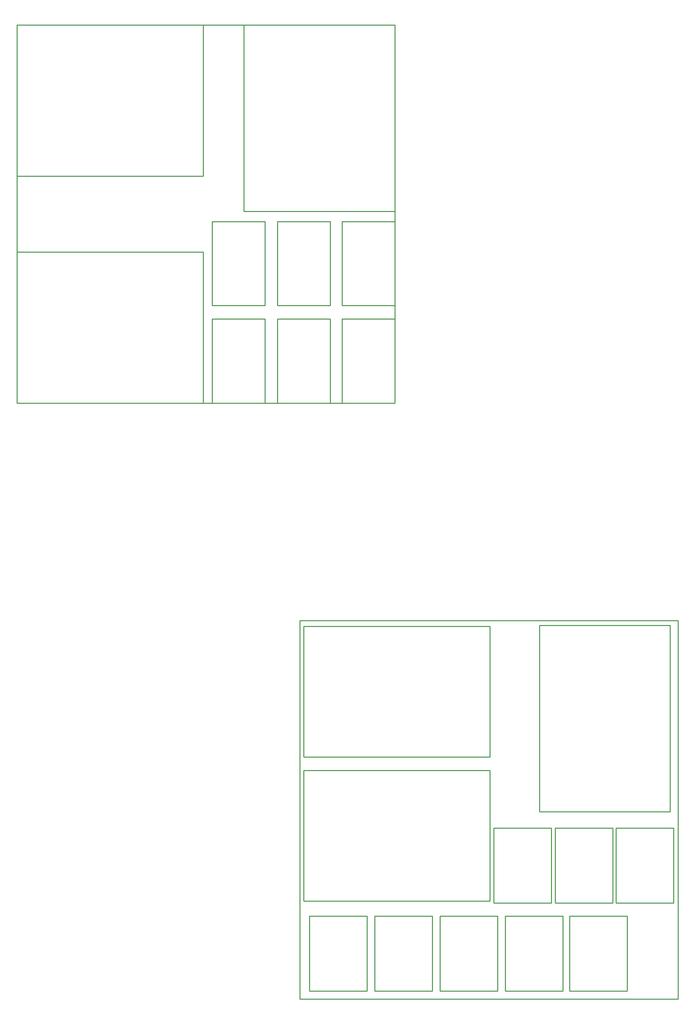
<source format=gm1>
%FSLAX25Y25*%
%MOIN*%
G70*
G01*
G75*
G04 Layer_Color=16711935*
%ADD10R,0.06299X0.13386*%
%ADD11R,0.01772X0.06299*%
%ADD12R,0.05512X0.01654*%
%ADD13R,0.04724X0.04724*%
%ADD14R,0.09000X0.15000*%
%ADD15R,0.08465X0.05000*%
%ADD16R,0.05906X0.03937*%
%ADD17R,0.03937X0.05906*%
%ADD18R,0.07874X0.11024*%
%ADD19R,0.05906X0.15748*%
%ADD20R,0.03500X0.05000*%
%ADD21R,0.07874X0.15748*%
%ADD22R,0.06299X0.09449*%
%ADD23R,0.05512X0.07087*%
%ADD24R,0.13386X0.06299*%
%ADD25R,0.06299X0.01772*%
%ADD26R,0.01654X0.05512*%
%ADD27R,0.04724X0.04724*%
%ADD28R,0.15000X0.09000*%
%ADD29R,0.05000X0.08465*%
%ADD30R,0.11024X0.07874*%
%ADD31R,0.15748X0.05906*%
%ADD32R,0.05000X0.03500*%
%ADD33R,0.15748X0.07874*%
%ADD34R,0.09449X0.06299*%
%ADD35R,0.07087X0.05512*%
%ADD36R,0.06600X0.01700*%
%ADD37R,0.15000X0.28000*%
%ADD38R,0.28000X0.15000*%
%ADD39R,0.03300X0.03150*%
%ADD40C,0.02500*%
%ADD41C,0.02000*%
%ADD42C,0.03000*%
%ADD43C,0.01500*%
%ADD44C,0.04000*%
%ADD45C,0.01000*%
%ADD46C,0.01800*%
%ADD47C,0.05000*%
%ADD48R,0.01600X0.04800*%
%ADD49R,0.34200X0.03200*%
%ADD50R,0.04800X0.01600*%
%ADD51R,0.03200X0.34200*%
%ADD52R,0.14413X0.28346*%
%ADD53R,0.28346X0.14413*%
%ADD54R,0.27700X0.02100*%
%ADD55R,0.01900X0.03800*%
%ADD56R,0.35700X0.03400*%
%ADD57R,0.02100X0.27700*%
%ADD58R,0.03800X0.01900*%
%ADD59R,0.03400X0.35700*%
%ADD60R,0.08200X0.15600*%
%ADD61C,0.15800*%
%ADD62R,0.05118X0.07874*%
%ADD63R,0.05512X0.07874*%
%ADD64C,0.07874*%
%ADD65R,0.07874X0.05118*%
%ADD66R,0.07874X0.05512*%
%ADD67C,0.07087*%
%ADD68C,0.05000*%
%ADD69C,0.04000*%
%ADD70C,0.06000*%
%ADD71C,0.03937*%
%ADD72R,0.04724X0.11024*%
%ADD73R,0.09449X0.04724*%
%ADD74R,0.03000X0.10000*%
%ADD75R,0.10000X0.20000*%
%ADD76R,0.06299X0.05512*%
%ADD77R,0.09843X0.14961*%
%ADD78R,0.11024X0.04724*%
%ADD79R,0.04724X0.09449*%
%ADD80R,0.10000X0.03000*%
%ADD81R,0.20000X0.10000*%
%ADD82R,0.05512X0.06299*%
%ADD83R,0.14961X0.09843*%
%ADD84R,0.03150X0.04724*%
%ADD85R,0.26000X0.28400*%
%ADD86R,0.28400X0.26000*%
%ADD87C,0.03500*%
%ADD88R,0.26400X0.28346*%
%ADD89R,0.28346X0.26400*%
%ADD90R,0.21028X0.12517*%
%ADD91R,0.12517X0.21028*%
%ADD92R,0.20200X0.15600*%
%ADD93C,0.00200*%
%ADD94C,0.00591*%
%ADD95C,0.00394*%
%ADD96C,0.00787*%
%ADD97C,0.00500*%
%ADD98C,0.00050*%
%ADD99C,0.00800*%
%ADD100R,0.02300X0.06299*%
%ADD101R,0.06299X0.02300*%
%ADD102R,0.12100X0.11300*%
%ADD103R,0.06299X0.02100*%
%ADD104R,0.11300X0.12100*%
%ADD105R,0.02100X0.06299*%
%ADD106R,0.07099X0.14186*%
%ADD107R,0.02572X0.07099*%
%ADD108R,0.06312X0.02454*%
%ADD109R,0.05524X0.05524*%
%ADD110R,0.09800X0.15800*%
%ADD111R,0.09265X0.05800*%
%ADD112R,0.06706X0.04737*%
%ADD113R,0.04737X0.06706*%
%ADD114R,0.08674X0.11824*%
%ADD115R,0.06706X0.16548*%
%ADD116R,0.04300X0.05800*%
%ADD117R,0.08674X0.16548*%
%ADD118R,0.07099X0.10249*%
%ADD119R,0.06312X0.07887*%
%ADD120R,0.14186X0.07099*%
%ADD121R,0.07099X0.02572*%
%ADD122R,0.02454X0.06312*%
%ADD123R,0.05524X0.05524*%
%ADD124R,0.15800X0.09800*%
%ADD125R,0.05800X0.09265*%
%ADD126R,0.11824X0.08674*%
%ADD127R,0.16548X0.06706*%
%ADD128R,0.05800X0.04300*%
%ADD129R,0.16548X0.08674*%
%ADD130R,0.10249X0.07099*%
%ADD131R,0.07887X0.06312*%
%ADD132R,0.07400X0.02500*%
%ADD133R,0.15800X0.28800*%
%ADD134R,0.28800X0.15800*%
%ADD135R,0.04100X0.03950*%
%ADD136C,0.16600*%
%ADD137R,0.05918X0.08674*%
%ADD138R,0.06312X0.08674*%
%ADD139C,0.08674*%
%ADD140R,0.08674X0.05918*%
%ADD141R,0.08674X0.06312*%
%ADD142C,0.07887*%
%ADD143C,0.05800*%
%ADD144C,0.04800*%
%ADD145C,0.06800*%
%ADD146C,0.04737*%
%ADD147R,0.05524X0.11824*%
%ADD148R,0.10249X0.05524*%
%ADD149R,0.03800X0.10800*%
%ADD150R,0.10800X0.20800*%
%ADD151R,0.07099X0.06312*%
%ADD152R,0.10642X0.15761*%
%ADD153R,0.11824X0.05524*%
%ADD154R,0.05524X0.10249*%
%ADD155R,0.10800X0.03800*%
%ADD156R,0.20800X0.10800*%
%ADD157R,0.06312X0.07099*%
%ADD158R,0.15761X0.10642*%
%ADD159R,0.03950X0.05524*%
%ADD160R,0.26800X0.29200*%
%ADD161R,0.29200X0.26800*%
%ADD162C,0.00300*%
%ADD163C,0.01181*%
%ADD164C,0.01969*%
%ADD165R,0.06000X0.16929*%
%ADD166R,0.02100X0.06299*%
%ADD167R,0.16929X0.06000*%
D45*
X294500Y-620500D02*
Y-226500D01*
Y-620500D02*
X688500D01*
Y-226500D01*
X294500D02*
X688500D01*
X492600Y-368400D02*
Y-232400D01*
X298600D02*
X492600D01*
X298600Y-368400D02*
X492600D01*
X298600D02*
Y-232400D01*
Y-518400D02*
Y-382400D01*
Y-518400D02*
X492600D01*
X298600Y-382400D02*
X492600D01*
Y-518400D02*
Y-382400D01*
X544400Y-231400D02*
X680400D01*
X544400Y-425400D02*
Y-231400D01*
X680400Y-425400D02*
Y-231400D01*
X544400Y-425400D02*
X680400D01*
X304500Y-534000D02*
X364500D01*
X304500Y-612000D02*
Y-534000D01*
Y-612000D02*
X364500D01*
Y-534000D01*
X432500Y-612000D02*
Y-534000D01*
X372500Y-612000D02*
X432500D01*
X372500D02*
Y-534000D01*
X432500D01*
X508500D02*
X568500D01*
X508500Y-612000D02*
Y-534000D01*
Y-612000D02*
X568500D01*
Y-534000D01*
X500500Y-612000D02*
Y-534000D01*
X440500Y-612000D02*
X500500D01*
X440500D02*
Y-534000D01*
X500500D01*
X635500Y-612000D02*
Y-534000D01*
X575500Y-612000D02*
X635500D01*
X575500D02*
Y-534000D01*
X635500D01*
X624000Y-442500D02*
X684000D01*
X624000Y-520500D02*
Y-442500D01*
Y-520500D02*
X684000D01*
Y-442500D01*
X496500D02*
X556500D01*
X496500Y-520500D02*
Y-442500D01*
Y-520500D02*
X556500D01*
Y-442500D01*
X620500Y-520500D02*
Y-442500D01*
X560500Y-520500D02*
X620500D01*
X560500D02*
Y-442500D01*
X620500D01*
X0Y0D02*
Y393701D01*
Y0D02*
X393701D01*
Y393701D01*
X0D02*
X393701D01*
X194000Y236300D02*
Y393700D01*
X0D02*
X194000D01*
X0Y236300D02*
X194000D01*
X0D02*
Y393700D01*
X194000Y0D02*
Y157400D01*
X0D02*
X194000D01*
X0Y0D02*
X194000D01*
X0D02*
Y157400D01*
X236300Y393700D02*
X393700D01*
X236300Y199700D02*
Y393700D01*
X393700Y199700D02*
Y393700D01*
X236300Y199700D02*
X393700D01*
X338700Y0D02*
Y87500D01*
Y0D02*
X393700D01*
X338700Y87500D02*
X393700D01*
Y0D02*
Y87500D01*
X271300Y0D02*
Y87500D01*
Y0D02*
X326300D01*
X271300Y87500D02*
X326300D01*
Y0D02*
Y87500D01*
X203300Y0D02*
Y87500D01*
Y0D02*
X258300D01*
X203300Y87500D02*
X258300D01*
Y0D02*
Y87500D01*
Y101500D02*
Y189000D01*
X203300D02*
X258300D01*
X203300Y101500D02*
X258300D01*
X203300D02*
Y189000D01*
X326300Y101500D02*
Y189000D01*
X271300D02*
X326300D01*
X271300Y101500D02*
X326300D01*
X271300D02*
Y189000D01*
X393700Y101500D02*
Y189000D01*
X338700D02*
X393700D01*
X338700Y101500D02*
X393700D01*
X338700D02*
Y189000D01*
X294500Y-620500D02*
Y-226500D01*
Y-620500D02*
X688500D01*
Y-226500D01*
X294500D02*
X688500D01*
X492600Y-368400D02*
Y-232400D01*
X298600D02*
X492600D01*
X298600Y-368400D02*
X492600D01*
X298600D02*
Y-232400D01*
Y-518400D02*
Y-382400D01*
Y-518400D02*
X492600D01*
X298600Y-382400D02*
X492600D01*
Y-518400D02*
Y-382400D01*
X544400Y-231400D02*
X680400D01*
X544400Y-425400D02*
Y-231400D01*
X680400Y-425400D02*
Y-231400D01*
X544400Y-425400D02*
X680400D01*
X304500Y-534000D02*
X364500D01*
X304500Y-612000D02*
Y-534000D01*
Y-612000D02*
X364500D01*
Y-534000D01*
X432500Y-612000D02*
Y-534000D01*
X372500Y-612000D02*
X432500D01*
X372500D02*
Y-534000D01*
X432500D01*
X508500D02*
X568500D01*
X508500Y-612000D02*
Y-534000D01*
Y-612000D02*
X568500D01*
Y-534000D01*
X500500Y-612000D02*
Y-534000D01*
X440500Y-612000D02*
X500500D01*
X440500D02*
Y-534000D01*
X500500D01*
X635500Y-612000D02*
Y-534000D01*
X575500Y-612000D02*
X635500D01*
X575500D02*
Y-534000D01*
X635500D01*
X624000Y-442500D02*
X684000D01*
X624000Y-520500D02*
Y-442500D01*
Y-520500D02*
X684000D01*
Y-442500D01*
X496500D02*
X556500D01*
X496500Y-520500D02*
Y-442500D01*
Y-520500D02*
X556500D01*
Y-442500D01*
X620500Y-520500D02*
Y-442500D01*
X560500Y-520500D02*
X620500D01*
X560500D02*
Y-442500D01*
X620500D01*
X0Y0D02*
Y393701D01*
Y0D02*
X393701D01*
Y393701D01*
X0D02*
X393701D01*
X194000Y236300D02*
Y393700D01*
X0D02*
X194000D01*
X0Y236300D02*
X194000D01*
X0D02*
Y393700D01*
X194000Y0D02*
Y157400D01*
X0D02*
X194000D01*
X0Y0D02*
X194000D01*
X0D02*
Y157400D01*
X236300Y393700D02*
X393700D01*
X236300Y199700D02*
Y393700D01*
X393700Y199700D02*
Y393700D01*
X236300Y199700D02*
X393700D01*
X338700Y0D02*
Y87500D01*
Y0D02*
X393700D01*
X338700Y87500D02*
X393700D01*
Y0D02*
Y87500D01*
X271300Y0D02*
Y87500D01*
Y0D02*
X326300D01*
X271300Y87500D02*
X326300D01*
Y0D02*
Y87500D01*
X203300Y0D02*
Y87500D01*
Y0D02*
X258300D01*
X203300Y87500D02*
X258300D01*
Y0D02*
Y87500D01*
Y101500D02*
Y189000D01*
X203300D02*
X258300D01*
X203300Y101500D02*
X258300D01*
X203300D02*
Y189000D01*
X326300Y101500D02*
Y189000D01*
X271300D02*
X326300D01*
X271300Y101500D02*
X326300D01*
X271300D02*
Y189000D01*
X393700Y101500D02*
Y189000D01*
X338700D02*
X393700D01*
X338700Y101500D02*
X393700D01*
X338700D02*
Y189000D01*
M02*

</source>
